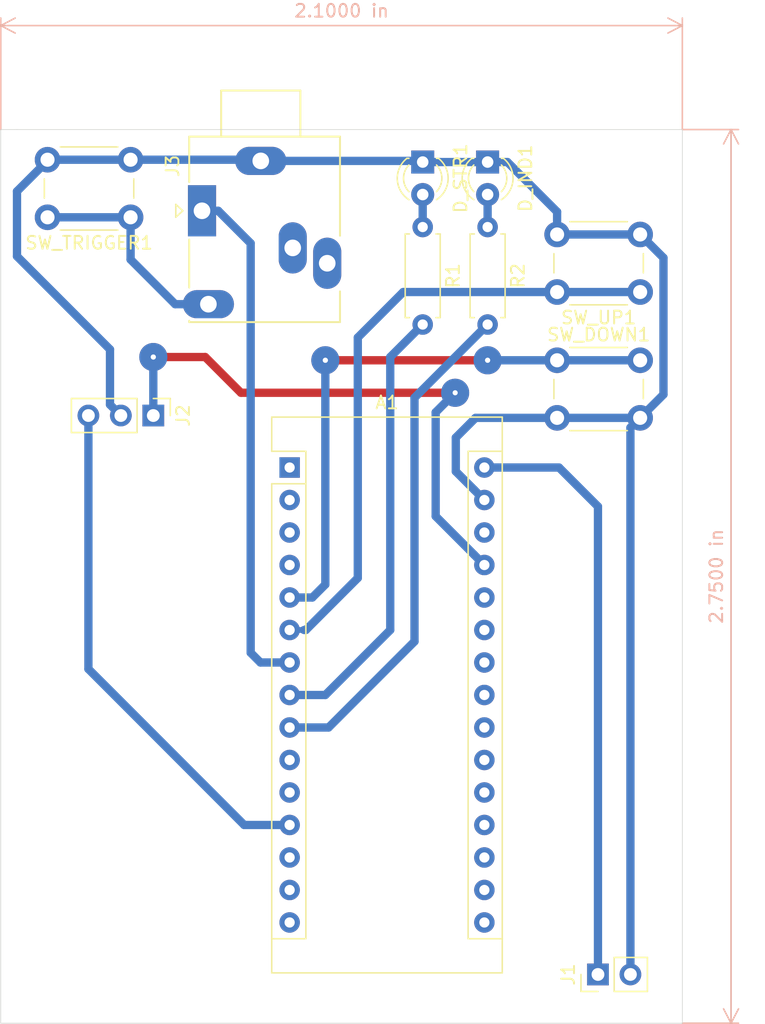
<source format=kicad_pcb>
(kicad_pcb (version 20171130) (host pcbnew "(5.1.4-104-ge5463330e)")

  (general
    (thickness 1.6)
    (drawings 7)
    (tracks 90)
    (zones 0)
    (modules 11)
    (nets 13)
  )

  (page USLetter)
  (layers
    (0 F.Cu signal)
    (31 B.Cu signal)
    (32 B.Adhes user)
    (33 F.Adhes user)
    (34 B.Paste user)
    (35 F.Paste user)
    (36 B.SilkS user)
    (37 F.SilkS user)
    (38 B.Mask user)
    (39 F.Mask user)
    (40 Dwgs.User user)
    (41 Cmts.User user)
    (42 Eco1.User user)
    (43 Eco2.User user)
    (44 Edge.Cuts user)
    (45 Margin user)
    (46 B.CrtYd user)
    (47 F.CrtYd user)
    (48 B.Fab user)
    (49 F.Fab user)
  )

  (setup
    (last_trace_width 0.65)
    (trace_clearance 0.5)
    (zone_clearance 0.508)
    (zone_45_only no)
    (trace_min 0.2)
    (via_size 2.2)
    (via_drill 0.4)
    (via_min_size 0.4)
    (via_min_drill 0.3)
    (uvia_size 0.3)
    (uvia_drill 0.1)
    (uvias_allowed no)
    (uvia_min_size 0.2)
    (uvia_min_drill 0.1)
    (edge_width 0.05)
    (segment_width 0.2)
    (pcb_text_width 0.3)
    (pcb_text_size 1.5 1.5)
    (mod_edge_width 0.12)
    (mod_text_size 1 1)
    (mod_text_width 0.15)
    (pad_size 1.524 1.524)
    (pad_drill 0.762)
    (pad_to_mask_clearance 0.051)
    (solder_mask_min_width 0.25)
    (aux_axis_origin 0 0)
    (visible_elements FFFFFF7F)
    (pcbplotparams
      (layerselection 0x01000_fffffffe)
      (usegerberextensions false)
      (usegerberattributes false)
      (usegerberadvancedattributes false)
      (creategerberjobfile false)
      (excludeedgelayer true)
      (linewidth 0.100000)
      (plotframeref false)
      (viasonmask false)
      (mode 1)
      (useauxorigin false)
      (hpglpennumber 1)
      (hpglpenspeed 20)
      (hpglpendiameter 15.000000)
      (psnegative false)
      (psa4output false)
      (plotreference true)
      (plotvalue true)
      (plotinvisibletext false)
      (padsonsilk false)
      (subtractmaskfromsilk false)
      (outputformat 4)
      (mirror true)
      (drillshape 1)
      (scaleselection 1)
      (outputdirectory ""))
  )

  (net 0 "")
  (net 1 +12V)
  (net 2 "Net-(A1-Pad12)")
  (net 3 "Net-(A1-Pad27)")
  (net 4 "Net-(A1-Pad9)")
  (net 5 "Net-(A1-Pad8)")
  (net 6 "Net-(A1-Pad7)")
  (net 7 "Net-(A1-Pad6)")
  (net 8 "Net-(A1-Pad5)")
  (net 9 GND)
  (net 10 "Net-(D_IND1-Pad2)")
  (net 11 "Net-(D_STR1-Pad2)")
  (net 12 "Net-(J3-PadTN)")

  (net_class Default "This is the default net class."
    (clearance 0.5)
    (trace_width 0.65)
    (via_dia 2.2)
    (via_drill 0.4)
    (uvia_dia 0.3)
    (uvia_drill 0.1)
    (diff_pair_width 0.45)
    (diff_pair_gap 0.4)
    (add_net +12V)
    (add_net GND)
    (add_net "Net-(A1-Pad12)")
    (add_net "Net-(A1-Pad27)")
    (add_net "Net-(A1-Pad5)")
    (add_net "Net-(A1-Pad6)")
    (add_net "Net-(A1-Pad7)")
    (add_net "Net-(A1-Pad8)")
    (add_net "Net-(A1-Pad9)")
    (add_net "Net-(D_IND1-Pad2)")
    (add_net "Net-(D_STR1-Pad2)")
    (add_net "Net-(J3-PadTN)")
  )

  (module Connector_PinHeader_2.54mm:PinHeader_1x03_P2.54mm_Vertical (layer F.Cu) (tedit 59FED5CC) (tstamp 5DA768F0)
    (at 136.398 90.932 270)
    (descr "Through hole straight pin header, 1x03, 2.54mm pitch, single row")
    (tags "Through hole pin header THT 1x03 2.54mm single row")
    (path /5DA7FF64)
    (fp_text reference J2 (at 0 -2.33 90) (layer F.SilkS)
      (effects (font (size 1 1) (thickness 0.15)))
    )
    (fp_text value RELAY (at 0 7.41 90) (layer F.Fab)
      (effects (font (size 1 1) (thickness 0.15)))
    )
    (fp_text user %R (at 0 2.54) (layer F.Fab)
      (effects (font (size 1 1) (thickness 0.15)))
    )
    (fp_line (start 1.8 -1.8) (end -1.8 -1.8) (layer F.CrtYd) (width 0.05))
    (fp_line (start 1.8 6.85) (end 1.8 -1.8) (layer F.CrtYd) (width 0.05))
    (fp_line (start -1.8 6.85) (end 1.8 6.85) (layer F.CrtYd) (width 0.05))
    (fp_line (start -1.8 -1.8) (end -1.8 6.85) (layer F.CrtYd) (width 0.05))
    (fp_line (start -1.33 -1.33) (end 0 -1.33) (layer F.SilkS) (width 0.12))
    (fp_line (start -1.33 0) (end -1.33 -1.33) (layer F.SilkS) (width 0.12))
    (fp_line (start -1.33 1.27) (end 1.33 1.27) (layer F.SilkS) (width 0.12))
    (fp_line (start 1.33 1.27) (end 1.33 6.41) (layer F.SilkS) (width 0.12))
    (fp_line (start -1.33 1.27) (end -1.33 6.41) (layer F.SilkS) (width 0.12))
    (fp_line (start -1.33 6.41) (end 1.33 6.41) (layer F.SilkS) (width 0.12))
    (fp_line (start -1.27 -0.635) (end -0.635 -1.27) (layer F.Fab) (width 0.1))
    (fp_line (start -1.27 6.35) (end -1.27 -0.635) (layer F.Fab) (width 0.1))
    (fp_line (start 1.27 6.35) (end -1.27 6.35) (layer F.Fab) (width 0.1))
    (fp_line (start 1.27 -1.27) (end 1.27 6.35) (layer F.Fab) (width 0.1))
    (fp_line (start -0.635 -1.27) (end 1.27 -1.27) (layer F.Fab) (width 0.1))
    (pad 3 thru_hole oval (at 0 5.08 270) (size 1.7 1.7) (drill 1) (layers *.Cu *.Mask)
      (net 2 "Net-(A1-Pad12)"))
    (pad 2 thru_hole oval (at 0 2.54 270) (size 1.7 1.7) (drill 1) (layers *.Cu *.Mask)
      (net 9 GND))
    (pad 1 thru_hole rect (at 0 0 270) (size 1.7 1.7) (drill 1) (layers *.Cu *.Mask)
      (net 3 "Net-(A1-Pad27)"))
    (model ${KISYS3DMOD}/Connector_PinHeader_2.54mm.3dshapes/PinHeader_1x03_P2.54mm_Vertical.wrl
      (at (xyz 0 0 0))
      (scale (xyz 1 1 1))
      (rotate (xyz 0 0 0))
    )
  )

  (module Button_Switch_THT:SW_PUSH_6mm (layer F.Cu) (tedit 5A02FE31) (tstamp 5DA75F83)
    (at 174.498 81.28 180)
    (descr https://www.omron.com/ecb/products/pdf/en-b3f.pdf)
    (tags "tact sw push 6mm")
    (path /5DA74493)
    (fp_text reference SW_UP1 (at 3.25 -2) (layer F.SilkS)
      (effects (font (size 1 1) (thickness 0.15)))
    )
    (fp_text value SW_SPST (at 3.75 6.7) (layer F.Fab)
      (effects (font (size 1 1) (thickness 0.15)))
    )
    (fp_circle (center 3.25 2.25) (end 1.25 2.5) (layer F.Fab) (width 0.1))
    (fp_line (start 6.75 3) (end 6.75 1.5) (layer F.SilkS) (width 0.12))
    (fp_line (start 5.5 -1) (end 1 -1) (layer F.SilkS) (width 0.12))
    (fp_line (start -0.25 1.5) (end -0.25 3) (layer F.SilkS) (width 0.12))
    (fp_line (start 1 5.5) (end 5.5 5.5) (layer F.SilkS) (width 0.12))
    (fp_line (start 8 -1.25) (end 8 5.75) (layer F.CrtYd) (width 0.05))
    (fp_line (start 7.75 6) (end -1.25 6) (layer F.CrtYd) (width 0.05))
    (fp_line (start -1.5 5.75) (end -1.5 -1.25) (layer F.CrtYd) (width 0.05))
    (fp_line (start -1.25 -1.5) (end 7.75 -1.5) (layer F.CrtYd) (width 0.05))
    (fp_line (start -1.5 6) (end -1.25 6) (layer F.CrtYd) (width 0.05))
    (fp_line (start -1.5 5.75) (end -1.5 6) (layer F.CrtYd) (width 0.05))
    (fp_line (start -1.5 -1.5) (end -1.25 -1.5) (layer F.CrtYd) (width 0.05))
    (fp_line (start -1.5 -1.25) (end -1.5 -1.5) (layer F.CrtYd) (width 0.05))
    (fp_line (start 8 -1.5) (end 8 -1.25) (layer F.CrtYd) (width 0.05))
    (fp_line (start 7.75 -1.5) (end 8 -1.5) (layer F.CrtYd) (width 0.05))
    (fp_line (start 8 6) (end 8 5.75) (layer F.CrtYd) (width 0.05))
    (fp_line (start 7.75 6) (end 8 6) (layer F.CrtYd) (width 0.05))
    (fp_line (start 0.25 -0.75) (end 3.25 -0.75) (layer F.Fab) (width 0.1))
    (fp_line (start 0.25 5.25) (end 0.25 -0.75) (layer F.Fab) (width 0.1))
    (fp_line (start 6.25 5.25) (end 0.25 5.25) (layer F.Fab) (width 0.1))
    (fp_line (start 6.25 -0.75) (end 6.25 5.25) (layer F.Fab) (width 0.1))
    (fp_line (start 3.25 -0.75) (end 6.25 -0.75) (layer F.Fab) (width 0.1))
    (fp_text user %R (at 3.25 2.25) (layer F.Fab)
      (effects (font (size 1 1) (thickness 0.15)))
    )
    (pad 1 thru_hole circle (at 6.5 0 270) (size 2 2) (drill 1.1) (layers *.Cu *.Mask)
      (net 7 "Net-(A1-Pad6)"))
    (pad 2 thru_hole circle (at 6.5 4.5 270) (size 2 2) (drill 1.1) (layers *.Cu *.Mask)
      (net 9 GND))
    (pad 1 thru_hole circle (at 0 0 270) (size 2 2) (drill 1.1) (layers *.Cu *.Mask)
      (net 7 "Net-(A1-Pad6)"))
    (pad 2 thru_hole circle (at 0 4.5 270) (size 2 2) (drill 1.1) (layers *.Cu *.Mask)
      (net 9 GND))
    (model ${KISYS3DMOD}/Button_Switch_THT.3dshapes/SW_PUSH_6mm.wrl
      (at (xyz 0 0 0))
      (scale (xyz 1 1 1))
      (rotate (xyz 0 0 0))
    )
  )

  (module Button_Switch_THT:SW_PUSH_6mm (layer F.Cu) (tedit 5A02FE31) (tstamp 5DA74677)
    (at 134.62 75.438 180)
    (descr https://www.omron.com/ecb/products/pdf/en-b3f.pdf)
    (tags "tact sw push 6mm")
    (path /5DA74053)
    (fp_text reference SW_TRIGGER1 (at 3.25 -2) (layer F.SilkS)
      (effects (font (size 1 1) (thickness 0.15)))
    )
    (fp_text value SW_SPST (at 3.75 6.7) (layer F.Fab)
      (effects (font (size 1 1) (thickness 0.15)))
    )
    (fp_circle (center 3.25 2.25) (end 1.25 2.5) (layer F.Fab) (width 0.1))
    (fp_line (start 6.75 3) (end 6.75 1.5) (layer F.SilkS) (width 0.12))
    (fp_line (start 5.5 -1) (end 1 -1) (layer F.SilkS) (width 0.12))
    (fp_line (start -0.25 1.5) (end -0.25 3) (layer F.SilkS) (width 0.12))
    (fp_line (start 1 5.5) (end 5.5 5.5) (layer F.SilkS) (width 0.12))
    (fp_line (start 8 -1.25) (end 8 5.75) (layer F.CrtYd) (width 0.05))
    (fp_line (start 7.75 6) (end -1.25 6) (layer F.CrtYd) (width 0.05))
    (fp_line (start -1.5 5.75) (end -1.5 -1.25) (layer F.CrtYd) (width 0.05))
    (fp_line (start -1.25 -1.5) (end 7.75 -1.5) (layer F.CrtYd) (width 0.05))
    (fp_line (start -1.5 6) (end -1.25 6) (layer F.CrtYd) (width 0.05))
    (fp_line (start -1.5 5.75) (end -1.5 6) (layer F.CrtYd) (width 0.05))
    (fp_line (start -1.5 -1.5) (end -1.25 -1.5) (layer F.CrtYd) (width 0.05))
    (fp_line (start -1.5 -1.25) (end -1.5 -1.5) (layer F.CrtYd) (width 0.05))
    (fp_line (start 8 -1.5) (end 8 -1.25) (layer F.CrtYd) (width 0.05))
    (fp_line (start 7.75 -1.5) (end 8 -1.5) (layer F.CrtYd) (width 0.05))
    (fp_line (start 8 6) (end 8 5.75) (layer F.CrtYd) (width 0.05))
    (fp_line (start 7.75 6) (end 8 6) (layer F.CrtYd) (width 0.05))
    (fp_line (start 0.25 -0.75) (end 3.25 -0.75) (layer F.Fab) (width 0.1))
    (fp_line (start 0.25 5.25) (end 0.25 -0.75) (layer F.Fab) (width 0.1))
    (fp_line (start 6.25 5.25) (end 0.25 5.25) (layer F.Fab) (width 0.1))
    (fp_line (start 6.25 -0.75) (end 6.25 5.25) (layer F.Fab) (width 0.1))
    (fp_line (start 3.25 -0.75) (end 6.25 -0.75) (layer F.Fab) (width 0.1))
    (fp_text user %R (at 3.25 2.25) (layer F.Fab)
      (effects (font (size 1 1) (thickness 0.15)))
    )
    (pad 1 thru_hole circle (at 6.5 0 270) (size 2 2) (drill 1.1) (layers *.Cu *.Mask)
      (net 12 "Net-(J3-PadTN)"))
    (pad 2 thru_hole circle (at 6.5 4.5 270) (size 2 2) (drill 1.1) (layers *.Cu *.Mask)
      (net 9 GND))
    (pad 1 thru_hole circle (at 0 0 270) (size 2 2) (drill 1.1) (layers *.Cu *.Mask)
      (net 12 "Net-(J3-PadTN)"))
    (pad 2 thru_hole circle (at 0 4.5 270) (size 2 2) (drill 1.1) (layers *.Cu *.Mask)
      (net 9 GND))
    (model ${KISYS3DMOD}/Button_Switch_THT.3dshapes/SW_PUSH_6mm.wrl
      (at (xyz 0 0 0))
      (scale (xyz 1 1 1))
      (rotate (xyz 0 0 0))
    )
  )

  (module Button_Switch_THT:SW_PUSH_6mm (layer F.Cu) (tedit 5A02FE31) (tstamp 5DA75F29)
    (at 167.998 86.614)
    (descr https://www.omron.com/ecb/products/pdf/en-b3f.pdf)
    (tags "tact sw push 6mm")
    (path /5DA747CC)
    (fp_text reference SW_DOWN1 (at 3.25 -2) (layer F.SilkS)
      (effects (font (size 1 1) (thickness 0.15)))
    )
    (fp_text value SW_SPST (at 3.75 6.7) (layer F.Fab)
      (effects (font (size 1 1) (thickness 0.15)))
    )
    (fp_circle (center 3.25 2.25) (end 1.25 2.5) (layer F.Fab) (width 0.1))
    (fp_line (start 6.75 3) (end 6.75 1.5) (layer F.SilkS) (width 0.12))
    (fp_line (start 5.5 -1) (end 1 -1) (layer F.SilkS) (width 0.12))
    (fp_line (start -0.25 1.5) (end -0.25 3) (layer F.SilkS) (width 0.12))
    (fp_line (start 1 5.5) (end 5.5 5.5) (layer F.SilkS) (width 0.12))
    (fp_line (start 8 -1.25) (end 8 5.75) (layer F.CrtYd) (width 0.05))
    (fp_line (start 7.75 6) (end -1.25 6) (layer F.CrtYd) (width 0.05))
    (fp_line (start -1.5 5.75) (end -1.5 -1.25) (layer F.CrtYd) (width 0.05))
    (fp_line (start -1.25 -1.5) (end 7.75 -1.5) (layer F.CrtYd) (width 0.05))
    (fp_line (start -1.5 6) (end -1.25 6) (layer F.CrtYd) (width 0.05))
    (fp_line (start -1.5 5.75) (end -1.5 6) (layer F.CrtYd) (width 0.05))
    (fp_line (start -1.5 -1.5) (end -1.25 -1.5) (layer F.CrtYd) (width 0.05))
    (fp_line (start -1.5 -1.25) (end -1.5 -1.5) (layer F.CrtYd) (width 0.05))
    (fp_line (start 8 -1.5) (end 8 -1.25) (layer F.CrtYd) (width 0.05))
    (fp_line (start 7.75 -1.5) (end 8 -1.5) (layer F.CrtYd) (width 0.05))
    (fp_line (start 8 6) (end 8 5.75) (layer F.CrtYd) (width 0.05))
    (fp_line (start 7.75 6) (end 8 6) (layer F.CrtYd) (width 0.05))
    (fp_line (start 0.25 -0.75) (end 3.25 -0.75) (layer F.Fab) (width 0.1))
    (fp_line (start 0.25 5.25) (end 0.25 -0.75) (layer F.Fab) (width 0.1))
    (fp_line (start 6.25 5.25) (end 0.25 5.25) (layer F.Fab) (width 0.1))
    (fp_line (start 6.25 -0.75) (end 6.25 5.25) (layer F.Fab) (width 0.1))
    (fp_line (start 3.25 -0.75) (end 6.25 -0.75) (layer F.Fab) (width 0.1))
    (fp_text user %R (at 3.25 2.25) (layer F.Fab)
      (effects (font (size 1 1) (thickness 0.15)))
    )
    (pad 1 thru_hole circle (at 6.5 0 90) (size 2 2) (drill 1.1) (layers *.Cu *.Mask)
      (net 8 "Net-(A1-Pad5)"))
    (pad 2 thru_hole circle (at 6.5 4.5 90) (size 2 2) (drill 1.1) (layers *.Cu *.Mask)
      (net 9 GND))
    (pad 1 thru_hole circle (at 0 0 90) (size 2 2) (drill 1.1) (layers *.Cu *.Mask)
      (net 8 "Net-(A1-Pad5)"))
    (pad 2 thru_hole circle (at 0 4.5 90) (size 2 2) (drill 1.1) (layers *.Cu *.Mask)
      (net 9 GND))
    (model ${KISYS3DMOD}/Button_Switch_THT.3dshapes/SW_PUSH_6mm.wrl
      (at (xyz 0 0 0))
      (scale (xyz 1 1 1))
      (rotate (xyz 0 0 0))
    )
  )

  (module Resistor_THT:R_Axial_DIN0207_L6.3mm_D2.5mm_P7.62mm_Horizontal (layer F.Cu) (tedit 5AE5139B) (tstamp 5DA74639)
    (at 162.56 76.2 270)
    (descr "Resistor, Axial_DIN0207 series, Axial, Horizontal, pin pitch=7.62mm, 0.25W = 1/4W, length*diameter=6.3*2.5mm^2, http://cdn-reichelt.de/documents/datenblatt/B400/1_4W%23YAG.pdf")
    (tags "Resistor Axial_DIN0207 series Axial Horizontal pin pitch 7.62mm 0.25W = 1/4W length 6.3mm diameter 2.5mm")
    (path /5DA764A9)
    (fp_text reference R2 (at 3.81 -2.37 90) (layer F.SilkS)
      (effects (font (size 1 1) (thickness 0.15)))
    )
    (fp_text value 1k (at 3.81 2.37 90) (layer F.Fab)
      (effects (font (size 1 1) (thickness 0.15)))
    )
    (fp_text user %R (at 3.81 0 90) (layer F.Fab)
      (effects (font (size 1 1) (thickness 0.15)))
    )
    (fp_line (start 8.67 -1.5) (end -1.05 -1.5) (layer F.CrtYd) (width 0.05))
    (fp_line (start 8.67 1.5) (end 8.67 -1.5) (layer F.CrtYd) (width 0.05))
    (fp_line (start -1.05 1.5) (end 8.67 1.5) (layer F.CrtYd) (width 0.05))
    (fp_line (start -1.05 -1.5) (end -1.05 1.5) (layer F.CrtYd) (width 0.05))
    (fp_line (start 7.08 1.37) (end 7.08 1.04) (layer F.SilkS) (width 0.12))
    (fp_line (start 0.54 1.37) (end 7.08 1.37) (layer F.SilkS) (width 0.12))
    (fp_line (start 0.54 1.04) (end 0.54 1.37) (layer F.SilkS) (width 0.12))
    (fp_line (start 7.08 -1.37) (end 7.08 -1.04) (layer F.SilkS) (width 0.12))
    (fp_line (start 0.54 -1.37) (end 7.08 -1.37) (layer F.SilkS) (width 0.12))
    (fp_line (start 0.54 -1.04) (end 0.54 -1.37) (layer F.SilkS) (width 0.12))
    (fp_line (start 7.62 0) (end 6.96 0) (layer F.Fab) (width 0.1))
    (fp_line (start 0 0) (end 0.66 0) (layer F.Fab) (width 0.1))
    (fp_line (start 6.96 -1.25) (end 0.66 -1.25) (layer F.Fab) (width 0.1))
    (fp_line (start 6.96 1.25) (end 6.96 -1.25) (layer F.Fab) (width 0.1))
    (fp_line (start 0.66 1.25) (end 6.96 1.25) (layer F.Fab) (width 0.1))
    (fp_line (start 0.66 -1.25) (end 0.66 1.25) (layer F.Fab) (width 0.1))
    (pad 2 thru_hole oval (at 7.62 0 270) (size 1.6 1.6) (drill 0.8) (layers *.Cu *.Mask)
      (net 4 "Net-(A1-Pad9)"))
    (pad 1 thru_hole circle (at 0 0 270) (size 1.6 1.6) (drill 0.8) (layers *.Cu *.Mask)
      (net 10 "Net-(D_IND1-Pad2)"))
    (model ${KISYS3DMOD}/Resistor_THT.3dshapes/R_Axial_DIN0207_L6.3mm_D2.5mm_P7.62mm_Horizontal.wrl
      (at (xyz 0 0 0))
      (scale (xyz 1 1 1))
      (rotate (xyz 0 0 0))
    )
  )

  (module Resistor_THT:R_Axial_DIN0207_L6.3mm_D2.5mm_P7.62mm_Horizontal (layer F.Cu) (tedit 5AE5139B) (tstamp 5DA74C77)
    (at 157.48 76.2 270)
    (descr "Resistor, Axial_DIN0207 series, Axial, Horizontal, pin pitch=7.62mm, 0.25W = 1/4W, length*diameter=6.3*2.5mm^2, http://cdn-reichelt.de/documents/datenblatt/B400/1_4W%23YAG.pdf")
    (tags "Resistor Axial_DIN0207 series Axial Horizontal pin pitch 7.62mm 0.25W = 1/4W length 6.3mm diameter 2.5mm")
    (path /5DA770C8)
    (fp_text reference R1 (at 3.81 -2.37 90) (layer F.SilkS)
      (effects (font (size 1 1) (thickness 0.15)))
    )
    (fp_text value 1k (at 3.81 2.37 90) (layer F.Fab)
      (effects (font (size 1 1) (thickness 0.15)))
    )
    (fp_text user %R (at 3.81 0 90) (layer F.Fab)
      (effects (font (size 1 1) (thickness 0.15)))
    )
    (fp_line (start 8.67 -1.5) (end -1.05 -1.5) (layer F.CrtYd) (width 0.05))
    (fp_line (start 8.67 1.5) (end 8.67 -1.5) (layer F.CrtYd) (width 0.05))
    (fp_line (start -1.05 1.5) (end 8.67 1.5) (layer F.CrtYd) (width 0.05))
    (fp_line (start -1.05 -1.5) (end -1.05 1.5) (layer F.CrtYd) (width 0.05))
    (fp_line (start 7.08 1.37) (end 7.08 1.04) (layer F.SilkS) (width 0.12))
    (fp_line (start 0.54 1.37) (end 7.08 1.37) (layer F.SilkS) (width 0.12))
    (fp_line (start 0.54 1.04) (end 0.54 1.37) (layer F.SilkS) (width 0.12))
    (fp_line (start 7.08 -1.37) (end 7.08 -1.04) (layer F.SilkS) (width 0.12))
    (fp_line (start 0.54 -1.37) (end 7.08 -1.37) (layer F.SilkS) (width 0.12))
    (fp_line (start 0.54 -1.04) (end 0.54 -1.37) (layer F.SilkS) (width 0.12))
    (fp_line (start 7.62 0) (end 6.96 0) (layer F.Fab) (width 0.1))
    (fp_line (start 0 0) (end 0.66 0) (layer F.Fab) (width 0.1))
    (fp_line (start 6.96 -1.25) (end 0.66 -1.25) (layer F.Fab) (width 0.1))
    (fp_line (start 6.96 1.25) (end 6.96 -1.25) (layer F.Fab) (width 0.1))
    (fp_line (start 0.66 1.25) (end 6.96 1.25) (layer F.Fab) (width 0.1))
    (fp_line (start 0.66 -1.25) (end 0.66 1.25) (layer F.Fab) (width 0.1))
    (pad 2 thru_hole oval (at 7.62 0 270) (size 1.6 1.6) (drill 0.8) (layers *.Cu *.Mask)
      (net 5 "Net-(A1-Pad8)"))
    (pad 1 thru_hole circle (at 0 0 270) (size 1.6 1.6) (drill 0.8) (layers *.Cu *.Mask)
      (net 11 "Net-(D_STR1-Pad2)"))
    (model ${KISYS3DMOD}/Resistor_THT.3dshapes/R_Axial_DIN0207_L6.3mm_D2.5mm_P7.62mm_Horizontal.wrl
      (at (xyz 0 0 0))
      (scale (xyz 1 1 1))
      (rotate (xyz 0 0 0))
    )
  )

  (module Connector_Audio:Jack_3.5mm_Ledino_KB3SPRS_Horizontal (layer F.Cu) (tedit 5BC12D58) (tstamp 5DA7460B)
    (at 140.208 74.93 270)
    (descr https://www.reichelt.de/index.html?ACTION=7&LA=3&OPEN=0&INDEX=0&FILENAME=C160%252FKB3SPRS.pdf)
    (tags "jack stereo TRS")
    (path /5DA7CB83)
    (fp_text reference J3 (at -3.5 2.3 90) (layer F.SilkS)
      (effects (font (size 1 1) (thickness 0.15)))
    )
    (fp_text value AudioJack2_Switch (at 2.3 -12.2 90) (layer F.Fab)
      (effects (font (size 1 1) (thickness 0.15)))
    )
    (fp_circle (center 0.1 -1.75) (end 0.4 -1.55) (layer F.Fab) (width 0.12))
    (fp_line (start 9.1 2) (end 9.1 -11.4) (layer F.CrtYd) (width 0.05))
    (fp_line (start -9.8 -11.4) (end -9.8 2) (layer F.CrtYd) (width 0.05))
    (fp_line (start -9.4 -1.5) (end -5.8 -1.5) (layer F.SilkS) (width 0.15))
    (fp_line (start -9.4 -7.7) (end -9.4 -1.5) (layer F.SilkS) (width 0.15))
    (fp_line (start -5.8 -7.7) (end -9.4 -7.7) (layer F.SilkS) (width 0.15))
    (fp_line (start -5.8 1) (end -5.8 -10.8) (layer F.SilkS) (width 0.15))
    (fp_line (start -2.25 1) (end -5.8 1) (layer F.SilkS) (width 0.15))
    (fp_line (start 6 1) (end 2.25 1) (layer F.SilkS) (width 0.15))
    (fp_line (start 8.7 1) (end 8.6 1) (layer F.SilkS) (width 0.15))
    (fp_line (start 8.7 -10.8) (end 8.7 1) (layer F.SilkS) (width 0.15))
    (fp_line (start 6.3 -10.8) (end 8.7 -10.8) (layer F.SilkS) (width 0.15))
    (fp_line (start -5.8 -10.8) (end 1.95 -10.8) (layer F.SilkS) (width 0.15))
    (fp_line (start 9.1 -11.4) (end -9.8 -11.4) (layer F.CrtYd) (width 0.05))
    (fp_line (start -9.8 2) (end 9.1 2) (layer F.CrtYd) (width 0.05))
    (fp_line (start 8.6 -10.7) (end -5.7 -10.7) (layer F.Fab) (width 0.1))
    (fp_line (start 8.6 0.9) (end 8.6 -10.7) (layer F.Fab) (width 0.1))
    (fp_line (start -5.7 0.9) (end 8.6 0.9) (layer F.Fab) (width 0.1))
    (fp_line (start -5.7 -10.7) (end -5.7 0.9) (layer F.Fab) (width 0.1))
    (fp_line (start -9.3 -7.6) (end -5.7 -7.6) (layer F.Fab) (width 0.1))
    (fp_line (start -9.3 -1.6) (end -5.7 -1.6) (layer F.Fab) (width 0.1))
    (fp_line (start -9.3 -7.6) (end -9.3 -1.6) (layer F.Fab) (width 0.1))
    (fp_line (start 0 1.5) (end -0.5 2.05) (layer F.SilkS) (width 0.12))
    (fp_line (start -0.5 2.05) (end 0.5 2.05) (layer F.SilkS) (width 0.12))
    (fp_line (start 0.5 2.05) (end 0 1.5) (layer F.SilkS) (width 0.12))
    (fp_text user %R (at 2.7 -4.6 90) (layer F.Fab)
      (effects (font (size 1 1) (thickness 0.15)))
    )
    (pad S thru_hole oval (at -3.9 -4.6 270) (size 2.2 4) (drill 1.3) (layers *.Cu *.Mask)
      (net 9 GND))
    (pad R thru_hole oval (at 4.1 -9.8 270) (size 4 2.2) (drill 1.3) (layers *.Cu *.Mask))
    (pad RN thru_hole oval (at 2.9 -7.1 270) (size 4 2.2) (drill 1.3) (layers *.Cu *.Mask))
    (pad TN thru_hole oval (at 7.3 -0.5) (size 4 2.2) (drill 1.3) (layers *.Cu *.Mask)
      (net 12 "Net-(J3-PadTN)"))
    (pad T thru_hole rect (at 0 0 270) (size 4 2.2) (drill 1.3) (layers *.Cu *.Mask)
      (net 6 "Net-(A1-Pad7)"))
    (model ${KISYS3DMOD}/Connector_Audio.3dshapes/Jack_3.5mm_Ledino_KB3SPRS_Horizontal.wrl
      (at (xyz 0 0 0))
      (scale (xyz 1 1 1))
      (rotate (xyz 0 0 0))
    )
  )

  (module Connector_PinHeader_2.54mm:PinHeader_1x02_P2.54mm_Vertical (layer F.Cu) (tedit 59FED5CC) (tstamp 5DA76B17)
    (at 171.196 134.62 90)
    (descr "Through hole straight pin header, 1x02, 2.54mm pitch, single row")
    (tags "Through hole pin header THT 1x02 2.54mm single row")
    (path /5DA7FD04)
    (fp_text reference J1 (at 0 -2.33 90) (layer F.SilkS)
      (effects (font (size 1 1) (thickness 0.15)))
    )
    (fp_text value "12v Power" (at -2.794 1.27 180) (layer F.Fab)
      (effects (font (size 1 1) (thickness 0.15)))
    )
    (fp_text user %R (at 0 1.27) (layer F.Fab)
      (effects (font (size 1 1) (thickness 0.15)))
    )
    (fp_line (start 1.8 -1.8) (end -1.8 -1.8) (layer F.CrtYd) (width 0.05))
    (fp_line (start 1.8 4.35) (end 1.8 -1.8) (layer F.CrtYd) (width 0.05))
    (fp_line (start -1.8 4.35) (end 1.8 4.35) (layer F.CrtYd) (width 0.05))
    (fp_line (start -1.8 -1.8) (end -1.8 4.35) (layer F.CrtYd) (width 0.05))
    (fp_line (start -1.33 -1.33) (end 0 -1.33) (layer F.SilkS) (width 0.12))
    (fp_line (start -1.33 0) (end -1.33 -1.33) (layer F.SilkS) (width 0.12))
    (fp_line (start -1.33 1.27) (end 1.33 1.27) (layer F.SilkS) (width 0.12))
    (fp_line (start 1.33 1.27) (end 1.33 3.87) (layer F.SilkS) (width 0.12))
    (fp_line (start -1.33 1.27) (end -1.33 3.87) (layer F.SilkS) (width 0.12))
    (fp_line (start -1.33 3.87) (end 1.33 3.87) (layer F.SilkS) (width 0.12))
    (fp_line (start -1.27 -0.635) (end -0.635 -1.27) (layer F.Fab) (width 0.1))
    (fp_line (start -1.27 3.81) (end -1.27 -0.635) (layer F.Fab) (width 0.1))
    (fp_line (start 1.27 3.81) (end -1.27 3.81) (layer F.Fab) (width 0.1))
    (fp_line (start 1.27 -1.27) (end 1.27 3.81) (layer F.Fab) (width 0.1))
    (fp_line (start -0.635 -1.27) (end 1.27 -1.27) (layer F.Fab) (width 0.1))
    (pad 2 thru_hole oval (at 0 2.54 90) (size 1.7 1.7) (drill 1) (layers *.Cu *.Mask)
      (net 9 GND))
    (pad 1 thru_hole rect (at 0 0 90) (size 1.7 1.7) (drill 1) (layers *.Cu *.Mask)
      (net 1 +12V))
    (model ${KISYS3DMOD}/Connector_PinHeader_2.54mm.3dshapes/PinHeader_1x02_P2.54mm_Vertical.wrl
      (at (xyz 0 0 0))
      (scale (xyz 1 1 1))
      (rotate (xyz 0 0 0))
    )
  )

  (module LED_THT:LED_D3.0mm (layer F.Cu) (tedit 587A3A7B) (tstamp 5DA745BB)
    (at 157.48 71.12 270)
    (descr "LED, diameter 3.0mm, 2 pins")
    (tags "LED diameter 3.0mm 2 pins")
    (path /5DA7571A)
    (fp_text reference D_STR1 (at 1.27 -2.96 90) (layer F.SilkS)
      (effects (font (size 1 1) (thickness 0.15)))
    )
    (fp_text value LED (at 1.27 2.96 90) (layer F.Fab)
      (effects (font (size 1 1) (thickness 0.15)))
    )
    (fp_line (start 3.7 -2.25) (end -1.15 -2.25) (layer F.CrtYd) (width 0.05))
    (fp_line (start 3.7 2.25) (end 3.7 -2.25) (layer F.CrtYd) (width 0.05))
    (fp_line (start -1.15 2.25) (end 3.7 2.25) (layer F.CrtYd) (width 0.05))
    (fp_line (start -1.15 -2.25) (end -1.15 2.25) (layer F.CrtYd) (width 0.05))
    (fp_line (start -0.29 1.08) (end -0.29 1.236) (layer F.SilkS) (width 0.12))
    (fp_line (start -0.29 -1.236) (end -0.29 -1.08) (layer F.SilkS) (width 0.12))
    (fp_line (start -0.23 -1.16619) (end -0.23 1.16619) (layer F.Fab) (width 0.1))
    (fp_circle (center 1.27 0) (end 2.77 0) (layer F.Fab) (width 0.1))
    (fp_arc (start 1.27 0) (end 0.229039 1.08) (angle -87.9) (layer F.SilkS) (width 0.12))
    (fp_arc (start 1.27 0) (end 0.229039 -1.08) (angle 87.9) (layer F.SilkS) (width 0.12))
    (fp_arc (start 1.27 0) (end -0.29 1.235516) (angle -108.8) (layer F.SilkS) (width 0.12))
    (fp_arc (start 1.27 0) (end -0.29 -1.235516) (angle 108.8) (layer F.SilkS) (width 0.12))
    (fp_arc (start 1.27 0) (end -0.23 -1.16619) (angle 284.3) (layer F.Fab) (width 0.1))
    (pad 2 thru_hole circle (at 2.54 0 270) (size 1.8 1.8) (drill 0.9) (layers *.Cu *.Mask)
      (net 11 "Net-(D_STR1-Pad2)"))
    (pad 1 thru_hole rect (at 0 0 270) (size 1.8 1.8) (drill 0.9) (layers *.Cu *.Mask)
      (net 9 GND))
    (model ${KISYS3DMOD}/LED_THT.3dshapes/LED_D3.0mm.wrl
      (at (xyz 0 0 0))
      (scale (xyz 1 1 1))
      (rotate (xyz 0 0 0))
    )
  )

  (module LED_THT:LED_D3.0mm (layer F.Cu) (tedit 587A3A7B) (tstamp 5DA745A8)
    (at 162.56 71.12 270)
    (descr "LED, diameter 3.0mm, 2 pins")
    (tags "LED diameter 3.0mm 2 pins")
    (path /5DA74E3A)
    (fp_text reference D_IND1 (at 1.27 -2.96 90) (layer F.SilkS)
      (effects (font (size 1 1) (thickness 0.15)))
    )
    (fp_text value LED (at 1.27 2.96 90) (layer F.Fab)
      (effects (font (size 1 1) (thickness 0.15)))
    )
    (fp_line (start 3.7 -2.25) (end -1.15 -2.25) (layer F.CrtYd) (width 0.05))
    (fp_line (start 3.7 2.25) (end 3.7 -2.25) (layer F.CrtYd) (width 0.05))
    (fp_line (start -1.15 2.25) (end 3.7 2.25) (layer F.CrtYd) (width 0.05))
    (fp_line (start -1.15 -2.25) (end -1.15 2.25) (layer F.CrtYd) (width 0.05))
    (fp_line (start -0.29 1.08) (end -0.29 1.236) (layer F.SilkS) (width 0.12))
    (fp_line (start -0.29 -1.236) (end -0.29 -1.08) (layer F.SilkS) (width 0.12))
    (fp_line (start -0.23 -1.16619) (end -0.23 1.16619) (layer F.Fab) (width 0.1))
    (fp_circle (center 1.27 0) (end 2.77 0) (layer F.Fab) (width 0.1))
    (fp_arc (start 1.27 0) (end 0.229039 1.08) (angle -87.9) (layer F.SilkS) (width 0.12))
    (fp_arc (start 1.27 0) (end 0.229039 -1.08) (angle 87.9) (layer F.SilkS) (width 0.12))
    (fp_arc (start 1.27 0) (end -0.29 1.235516) (angle -108.8) (layer F.SilkS) (width 0.12))
    (fp_arc (start 1.27 0) (end -0.29 -1.235516) (angle 108.8) (layer F.SilkS) (width 0.12))
    (fp_arc (start 1.27 0) (end -0.23 -1.16619) (angle 284.3) (layer F.Fab) (width 0.1))
    (pad 2 thru_hole circle (at 2.54 0 270) (size 1.8 1.8) (drill 0.9) (layers *.Cu *.Mask)
      (net 10 "Net-(D_IND1-Pad2)"))
    (pad 1 thru_hole rect (at 0 0 270) (size 1.8 1.8) (drill 0.9) (layers *.Cu *.Mask)
      (net 9 GND))
    (model ${KISYS3DMOD}/LED_THT.3dshapes/LED_D3.0mm.wrl
      (at (xyz 0 0 0))
      (scale (xyz 1 1 1))
      (rotate (xyz 0 0 0))
    )
  )

  (module Module:Arduino_Nano (layer F.Cu) (tedit 58ACAF70) (tstamp 5DA76B80)
    (at 147.066 94.996)
    (descr "Arduino Nano, http://www.mouser.com/pdfdocs/Gravitech_Arduino_Nano3_0.pdf")
    (tags "Arduino Nano")
    (path /5DA7E8B2)
    (fp_text reference A1 (at 7.62 -5.08) (layer F.SilkS)
      (effects (font (size 1 1) (thickness 0.15)))
    )
    (fp_text value Arduino_Nano_v3.x (at 8.89 19.05 90) (layer F.Fab)
      (effects (font (size 1 1) (thickness 0.15)))
    )
    (fp_line (start 16.75 42.16) (end -1.53 42.16) (layer F.CrtYd) (width 0.05))
    (fp_line (start 16.75 42.16) (end 16.75 -4.06) (layer F.CrtYd) (width 0.05))
    (fp_line (start -1.53 -4.06) (end -1.53 42.16) (layer F.CrtYd) (width 0.05))
    (fp_line (start -1.53 -4.06) (end 16.75 -4.06) (layer F.CrtYd) (width 0.05))
    (fp_line (start 16.51 -3.81) (end 16.51 39.37) (layer F.Fab) (width 0.1))
    (fp_line (start 0 -3.81) (end 16.51 -3.81) (layer F.Fab) (width 0.1))
    (fp_line (start -1.27 -2.54) (end 0 -3.81) (layer F.Fab) (width 0.1))
    (fp_line (start -1.27 39.37) (end -1.27 -2.54) (layer F.Fab) (width 0.1))
    (fp_line (start 16.51 39.37) (end -1.27 39.37) (layer F.Fab) (width 0.1))
    (fp_line (start 16.64 -3.94) (end -1.4 -3.94) (layer F.SilkS) (width 0.12))
    (fp_line (start 16.64 39.5) (end 16.64 -3.94) (layer F.SilkS) (width 0.12))
    (fp_line (start -1.4 39.5) (end 16.64 39.5) (layer F.SilkS) (width 0.12))
    (fp_line (start 3.81 41.91) (end 3.81 31.75) (layer F.Fab) (width 0.1))
    (fp_line (start 11.43 41.91) (end 3.81 41.91) (layer F.Fab) (width 0.1))
    (fp_line (start 11.43 31.75) (end 11.43 41.91) (layer F.Fab) (width 0.1))
    (fp_line (start 3.81 31.75) (end 11.43 31.75) (layer F.Fab) (width 0.1))
    (fp_line (start 1.27 36.83) (end -1.4 36.83) (layer F.SilkS) (width 0.12))
    (fp_line (start 1.27 1.27) (end 1.27 36.83) (layer F.SilkS) (width 0.12))
    (fp_line (start 1.27 1.27) (end -1.4 1.27) (layer F.SilkS) (width 0.12))
    (fp_line (start 13.97 36.83) (end 16.64 36.83) (layer F.SilkS) (width 0.12))
    (fp_line (start 13.97 -1.27) (end 13.97 36.83) (layer F.SilkS) (width 0.12))
    (fp_line (start 13.97 -1.27) (end 16.64 -1.27) (layer F.SilkS) (width 0.12))
    (fp_line (start -1.4 -3.94) (end -1.4 -1.27) (layer F.SilkS) (width 0.12))
    (fp_line (start -1.4 1.27) (end -1.4 39.5) (layer F.SilkS) (width 0.12))
    (fp_line (start 1.27 -1.27) (end -1.4 -1.27) (layer F.SilkS) (width 0.12))
    (fp_line (start 1.27 1.27) (end 1.27 -1.27) (layer F.SilkS) (width 0.12))
    (fp_text user %R (at 6.35 19.05 90) (layer F.Fab)
      (effects (font (size 1 1) (thickness 0.15)))
    )
    (pad 16 thru_hole oval (at 15.24 35.56) (size 1.6 1.6) (drill 0.8) (layers *.Cu *.Mask))
    (pad 15 thru_hole oval (at 0 35.56) (size 1.6 1.6) (drill 0.8) (layers *.Cu *.Mask))
    (pad 30 thru_hole oval (at 15.24 0) (size 1.6 1.6) (drill 0.8) (layers *.Cu *.Mask)
      (net 1 +12V))
    (pad 14 thru_hole oval (at 0 33.02) (size 1.6 1.6) (drill 0.8) (layers *.Cu *.Mask))
    (pad 29 thru_hole oval (at 15.24 2.54) (size 1.6 1.6) (drill 0.8) (layers *.Cu *.Mask)
      (net 9 GND))
    (pad 13 thru_hole oval (at 0 30.48) (size 1.6 1.6) (drill 0.8) (layers *.Cu *.Mask))
    (pad 28 thru_hole oval (at 15.24 5.08) (size 1.6 1.6) (drill 0.8) (layers *.Cu *.Mask))
    (pad 12 thru_hole oval (at 0 27.94) (size 1.6 1.6) (drill 0.8) (layers *.Cu *.Mask)
      (net 2 "Net-(A1-Pad12)"))
    (pad 27 thru_hole oval (at 15.24 7.62) (size 1.6 1.6) (drill 0.8) (layers *.Cu *.Mask)
      (net 3 "Net-(A1-Pad27)"))
    (pad 11 thru_hole oval (at 0 25.4) (size 1.6 1.6) (drill 0.8) (layers *.Cu *.Mask))
    (pad 26 thru_hole oval (at 15.24 10.16) (size 1.6 1.6) (drill 0.8) (layers *.Cu *.Mask))
    (pad 10 thru_hole oval (at 0 22.86) (size 1.6 1.6) (drill 0.8) (layers *.Cu *.Mask))
    (pad 25 thru_hole oval (at 15.24 12.7) (size 1.6 1.6) (drill 0.8) (layers *.Cu *.Mask))
    (pad 9 thru_hole oval (at 0 20.32) (size 1.6 1.6) (drill 0.8) (layers *.Cu *.Mask)
      (net 4 "Net-(A1-Pad9)"))
    (pad 24 thru_hole oval (at 15.24 15.24) (size 1.6 1.6) (drill 0.8) (layers *.Cu *.Mask))
    (pad 8 thru_hole oval (at 0 17.78) (size 1.6 1.6) (drill 0.8) (layers *.Cu *.Mask)
      (net 5 "Net-(A1-Pad8)"))
    (pad 23 thru_hole oval (at 15.24 17.78) (size 1.6 1.6) (drill 0.8) (layers *.Cu *.Mask))
    (pad 7 thru_hole oval (at 0 15.24) (size 1.6 1.6) (drill 0.8) (layers *.Cu *.Mask)
      (net 6 "Net-(A1-Pad7)"))
    (pad 22 thru_hole oval (at 15.24 20.32) (size 1.6 1.6) (drill 0.8) (layers *.Cu *.Mask))
    (pad 6 thru_hole oval (at 0 12.7) (size 1.6 1.6) (drill 0.8) (layers *.Cu *.Mask)
      (net 7 "Net-(A1-Pad6)"))
    (pad 21 thru_hole oval (at 15.24 22.86) (size 1.6 1.6) (drill 0.8) (layers *.Cu *.Mask))
    (pad 5 thru_hole oval (at 0 10.16) (size 1.6 1.6) (drill 0.8) (layers *.Cu *.Mask)
      (net 8 "Net-(A1-Pad5)"))
    (pad 20 thru_hole oval (at 15.24 25.4) (size 1.6 1.6) (drill 0.8) (layers *.Cu *.Mask))
    (pad 4 thru_hole oval (at 0 7.62) (size 1.6 1.6) (drill 0.8) (layers *.Cu *.Mask))
    (pad 19 thru_hole oval (at 15.24 27.94) (size 1.6 1.6) (drill 0.8) (layers *.Cu *.Mask))
    (pad 3 thru_hole oval (at 0 5.08) (size 1.6 1.6) (drill 0.8) (layers *.Cu *.Mask))
    (pad 18 thru_hole oval (at 15.24 30.48) (size 1.6 1.6) (drill 0.8) (layers *.Cu *.Mask))
    (pad 2 thru_hole oval (at 0 2.54) (size 1.6 1.6) (drill 0.8) (layers *.Cu *.Mask))
    (pad 17 thru_hole oval (at 15.24 33.02) (size 1.6 1.6) (drill 0.8) (layers *.Cu *.Mask))
    (pad 1 thru_hole rect (at 0 0) (size 1.6 1.6) (drill 0.8) (layers *.Cu *.Mask))
    (model ${KISYS3DMOD}/Module.3dshapes/Arduino_Nano_WithMountingHoles.wrl
      (at (xyz 0 0 0))
      (scale (xyz 1 1 1))
      (rotate (xyz 0 0 0))
    )
  )

  (dimension 69.85 (width 0.12) (layer B.SilkS)
    (gr_text "69.850 mm" (at 182.88 103.505 270) (layer B.SilkS)
      (effects (font (size 1 1) (thickness 0.15)))
    )
    (feature1 (pts (xy 177.8 138.43) (xy 182.196421 138.43)))
    (feature2 (pts (xy 177.8 68.58) (xy 182.196421 68.58)))
    (crossbar (pts (xy 181.61 68.58) (xy 181.61 138.43)))
    (arrow1a (pts (xy 181.61 138.43) (xy 181.023579 137.303496)))
    (arrow1b (pts (xy 181.61 138.43) (xy 182.196421 137.303496)))
    (arrow2a (pts (xy 181.61 68.58) (xy 181.023579 69.706504)))
    (arrow2b (pts (xy 181.61 68.58) (xy 182.196421 69.706504)))
  )
  (dimension 53.34 (width 0.12) (layer B.SilkS)
    (gr_text "53.340 mm" (at 151.13 59.182) (layer B.SilkS)
      (effects (font (size 1 1) (thickness 0.15)))
    )
    (feature1 (pts (xy 177.8 68.58) (xy 177.8 59.865579)))
    (feature2 (pts (xy 124.46 68.58) (xy 124.46 59.865579)))
    (crossbar (pts (xy 124.46 60.452) (xy 177.8 60.452)))
    (arrow1a (pts (xy 177.8 60.452) (xy 176.673496 61.038421)))
    (arrow1b (pts (xy 177.8 60.452) (xy 176.673496 59.865579)))
    (arrow2a (pts (xy 124.46 60.452) (xy 125.586504 61.038421)))
    (arrow2b (pts (xy 124.46 60.452) (xy 125.586504 59.865579)))
  )
  (gr_line (start 124.46 68.58) (end 125.73 68.58) (layer Edge.Cuts) (width 0.05) (tstamp 5DA7689E))
  (gr_line (start 124.46 138.43) (end 124.46 68.58) (layer Edge.Cuts) (width 0.05))
  (gr_line (start 177.8 138.43) (end 124.46 138.43) (layer Edge.Cuts) (width 0.05))
  (gr_line (start 177.8 68.58) (end 177.8 138.43) (layer Edge.Cuts) (width 0.05))
  (gr_line (start 125.73 68.58) (end 177.8 68.58) (layer Edge.Cuts) (width 0.05))

  (segment (start 171.196 134.62) (end 171.196 129.794) (width 0.45) (layer B.Cu) (net 1) (status 10))
  (segment (start 162.306 94.996) (end 168.148 94.996) (width 0.65) (layer B.Cu) (net 1) (status 10))
  (segment (start 171.196 98.044) (end 171.196 134.62) (width 0.65) (layer B.Cu) (net 1) (status 20))
  (segment (start 168.148 94.996) (end 171.196 98.044) (width 0.65) (layer B.Cu) (net 1))
  (segment (start 131.318 90.932) (end 131.318 110.744) (width 0.65) (layer B.Cu) (net 2) (status 10))
  (segment (start 143.51 122.936) (end 147.066 122.936) (width 0.65) (layer B.Cu) (net 2) (status 20))
  (segment (start 131.318 110.744) (end 143.51 122.936) (width 0.65) (layer B.Cu) (net 2))
  (via (at 136.398 86.36) (size 1.2) (drill 0.4) (layers F.Cu B.Cu) (net 3))
  (segment (start 136.398 86.36) (end 136.398 90.932) (width 0.65) (layer B.Cu) (net 3) (status 20))
  (segment (start 136.398 86.36) (end 136.398 86.36) (width 0.65) (layer F.Cu) (net 3))
  (via (at 136.398 86.36) (size 2.2) (drill 0.4) (layers F.Cu B.Cu) (net 3))
  (via (at 160.02 89.154) (size 2.2) (drill 0.4) (layers F.Cu B.Cu) (net 3))
  (segment (start 158.496 98.806) (end 161.506001 101.816001) (width 0.65) (layer B.Cu) (net 3))
  (segment (start 160.02 89.154) (end 158.496 90.678) (width 0.65) (layer B.Cu) (net 3))
  (segment (start 161.506001 101.816001) (end 162.306 102.616) (width 0.65) (layer B.Cu) (net 3))
  (segment (start 158.496 90.678) (end 158.496 98.806) (width 0.65) (layer B.Cu) (net 3))
  (segment (start 144.272 89.154) (end 160.02 89.154) (width 0.65) (layer F.Cu) (net 3))
  (segment (start 143.256 89.154) (end 144.272 89.154) (width 0.65) (layer F.Cu) (net 3))
  (segment (start 136.398 86.36) (end 140.462 86.36) (width 0.65) (layer F.Cu) (net 3))
  (segment (start 140.462 86.36) (end 143.256 89.154) (width 0.65) (layer F.Cu) (net 3))
  (segment (start 148.19737 115.316) (end 147.066 115.316) (width 0.65) (layer B.Cu) (net 4))
  (segment (start 150.114 115.316) (end 148.19737 115.316) (width 0.65) (layer B.Cu) (net 4))
  (segment (start 156.83799 108.59201) (end 150.114 115.316) (width 0.65) (layer B.Cu) (net 4))
  (segment (start 162.56 83.82) (end 156.83799 89.54201) (width 0.65) (layer B.Cu) (net 4))
  (segment (start 156.83799 89.54201) (end 156.83799 108.59201) (width 0.65) (layer B.Cu) (net 4))
  (segment (start 149.86 112.776) (end 147.066 112.776) (width 0.65) (layer B.Cu) (net 5) (status 20))
  (segment (start 154.94 107.696) (end 149.86 112.776) (width 0.65) (layer B.Cu) (net 5))
  (segment (start 157.48 83.82) (end 154.94 86.36) (width 0.65) (layer B.Cu) (net 5) (status 10))
  (segment (start 154.94 86.36) (end 154.94 107.696) (width 0.65) (layer B.Cu) (net 5))
  (segment (start 144.78 110.236) (end 147.066 110.236) (width 0.65) (layer B.Cu) (net 6) (status 20))
  (segment (start 144.018 109.474) (end 144.78 110.236) (width 0.65) (layer B.Cu) (net 6))
  (segment (start 144.018 77.47) (end 144.018 109.474) (width 0.65) (layer B.Cu) (net 6))
  (segment (start 140.208 74.93) (end 141.478 74.93) (width 0.65) (layer B.Cu) (net 6) (status 10))
  (segment (start 141.478 74.93) (end 144.018 77.47) (width 0.65) (layer B.Cu) (net 6))
  (segment (start 174.498 81.28) (end 167.998 81.28) (width 0.65) (layer B.Cu) (net 7) (status 30))
  (segment (start 147.066 107.696) (end 148.19737 107.696) (width 0.45) (layer B.Cu) (net 7) (status 10))
  (segment (start 148.336 107.696) (end 152.4 103.632) (width 0.65) (layer B.Cu) (net 7))
  (segment (start 148.19737 107.696) (end 148.336 107.696) (width 0.65) (layer B.Cu) (net 7))
  (segment (start 152.4 84.836) (end 155.956 81.28) (width 0.65) (layer B.Cu) (net 7))
  (segment (start 152.4 103.632) (end 152.4 84.836) (width 0.65) (layer B.Cu) (net 7))
  (segment (start 155.956 81.28) (end 167.998 81.28) (width 0.65) (layer B.Cu) (net 7) (status 20))
  (segment (start 174.498 86.614) (end 167.998 86.614) (width 0.65) (layer B.Cu) (net 8) (status 30))
  (segment (start 152.145992 86.614004) (end 149.86 86.614004) (width 0.45) (layer F.Cu) (net 8))
  (via (at 149.86 86.614004) (size 1.2) (drill 0.4) (layers F.Cu B.Cu) (net 8))
  (segment (start 152.145996 86.614) (end 152.145992 86.614004) (width 0.45) (layer F.Cu) (net 8))
  (segment (start 148.844 105.156) (end 147.066 105.156) (width 0.65) (layer B.Cu) (net 8) (status 20))
  (segment (start 149.86 104.14) (end 148.844 105.156) (width 0.65) (layer B.Cu) (net 8))
  (segment (start 149.86 86.614004) (end 149.86 104.14) (width 0.65) (layer B.Cu) (net 8))
  (via (at 162.56 86.614) (size 1.2) (drill 0.4) (layers F.Cu B.Cu) (net 8))
  (segment (start 149.86 86.614004) (end 162.559996 86.614004) (width 0.65) (layer F.Cu) (net 8))
  (segment (start 162.559996 86.614004) (end 162.56 86.614) (width 0.65) (layer F.Cu) (net 8))
  (segment (start 162.56 86.614) (end 167.998 86.614) (width 0.65) (layer B.Cu) (net 8) (status 20))
  (segment (start 162.56 86.614) (end 162.56 86.614) (width 0.65) (layer F.Cu) (net 8) (tstamp 5DA7BEEC))
  (via (at 162.56 86.614) (size 2.2) (drill 0.4) (layers F.Cu B.Cu) (net 8))
  (segment (start 149.86 86.614004) (end 149.86 86.614004) (width 0.45) (layer F.Cu) (net 8) (tstamp 5DA7BEF1))
  (via (at 149.86 86.614004) (size 2.2) (drill 0.4) (layers F.Cu B.Cu) (net 8))
  (segment (start 134.62 70.938) (end 128.12 70.938) (width 0.65) (layer B.Cu) (net 9) (status 30))
  (segment (start 144.716 70.938) (end 144.808 71.03) (width 0.65) (layer B.Cu) (net 9) (status 30))
  (segment (start 134.62 70.938) (end 144.716 70.938) (width 0.65) (layer B.Cu) (net 9) (status 30))
  (segment (start 157.39 71.03) (end 157.48 71.12) (width 0.65) (layer B.Cu) (net 9) (status 30))
  (segment (start 144.808 71.03) (end 157.39 71.03) (width 0.65) (layer B.Cu) (net 9) (status 30))
  (segment (start 157.48 71.12) (end 162.56 71.12) (width 0.65) (layer B.Cu) (net 9) (status 30))
  (segment (start 167.998 75.008) (end 167.998 76.78) (width 0.65) (layer B.Cu) (net 9) (status 20))
  (segment (start 164.11 71.12) (end 167.998 75.008) (width 0.65) (layer B.Cu) (net 9))
  (segment (start 162.56 71.12) (end 164.11 71.12) (width 0.65) (layer B.Cu) (net 9) (status 10))
  (segment (start 167.998 76.78) (end 174.498 76.78) (width 0.65) (layer B.Cu) (net 9) (status 30))
  (segment (start 176.323001 89.288999) (end 174.498 91.114) (width 0.65) (layer B.Cu) (net 9) (status 20))
  (segment (start 176.323001 78.605001) (end 176.323001 89.288999) (width 0.65) (layer B.Cu) (net 9))
  (segment (start 174.498 76.78) (end 176.323001 78.605001) (width 0.65) (layer B.Cu) (net 9) (status 10))
  (segment (start 128.12 71.016) (end 125.73 73.406) (width 0.65) (layer B.Cu) (net 9) (status 10))
  (segment (start 125.73 78.486) (end 133.008001 85.764001) (width 0.65) (layer B.Cu) (net 9))
  (segment (start 133.008001 90.082001) (end 133.858 90.932) (width 0.65) (layer B.Cu) (net 9) (status 20))
  (segment (start 125.73 73.406) (end 125.73 78.486) (width 0.65) (layer B.Cu) (net 9))
  (segment (start 128.12 70.938) (end 128.12 71.016) (width 0.65) (layer B.Cu) (net 9) (status 30))
  (segment (start 133.008001 85.764001) (end 133.008001 90.082001) (width 0.65) (layer B.Cu) (net 9))
  (segment (start 167.998 91.114) (end 174.498 91.114) (width 0.65) (layer B.Cu) (net 9) (status 30))
  (segment (start 173.736 91.876) (end 173.736 134.62) (width 0.65) (layer B.Cu) (net 9) (status 20))
  (segment (start 174.498 91.114) (end 173.736 91.876) (width 0.65) (layer B.Cu) (net 9) (status 10))
  (segment (start 160.070012 92.659988) (end 160.070012 95.300012) (width 0.65) (layer B.Cu) (net 9))
  (segment (start 167.998 91.114) (end 161.616 91.114) (width 0.65) (layer B.Cu) (net 9))
  (segment (start 161.616 91.114) (end 160.070012 92.659988) (width 0.65) (layer B.Cu) (net 9))
  (segment (start 160.070012 95.300012) (end 161.506001 96.736001) (width 0.65) (layer B.Cu) (net 9))
  (segment (start 161.506001 96.736001) (end 162.306 97.536) (width 0.65) (layer B.Cu) (net 9))
  (segment (start 162.56 73.66) (end 162.56 76.2) (width 0.65) (layer B.Cu) (net 10) (status 30))
  (segment (start 157.48 73.66) (end 157.48 76.2) (width 0.65) (layer B.Cu) (net 11) (status 30))
  (segment (start 140.396 82.23) (end 140.708 82.23) (width 0.45) (layer B.Cu) (net 12) (status 30))
  (segment (start 128.12 75.438) (end 134.62 75.438) (width 0.65) (layer B.Cu) (net 12) (status 30))
  (segment (start 134.62 75.438) (end 134.62 78.74) (width 0.65) (layer B.Cu) (net 12) (status 10))
  (segment (start 138.11 82.23) (end 140.708 82.23) (width 0.65) (layer B.Cu) (net 12) (status 20))
  (segment (start 134.62 78.74) (end 138.11 82.23) (width 0.65) (layer B.Cu) (net 12))

)

</source>
